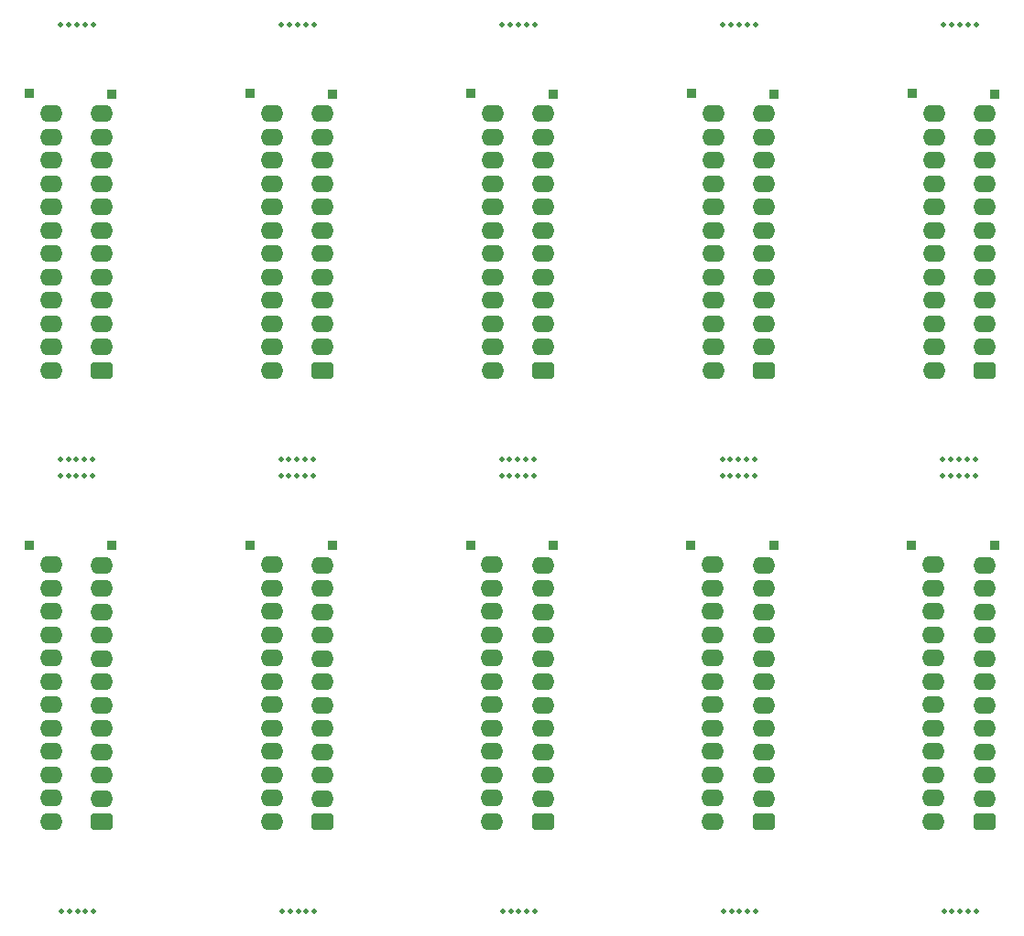
<source format=gbr>
%TF.GenerationSoftware,KiCad,Pcbnew,6.0.3-a3aad9c10e~116~ubuntu20.04.1*%
%TF.CreationDate,2022-03-20T15:04:53+01:00*%
%TF.ProjectId,10xPro_Micro_GPIB,31307850-726f-45f4-9d69-63726f5f4750,rev?*%
%TF.SameCoordinates,Original*%
%TF.FileFunction,Soldermask,Top*%
%TF.FilePolarity,Negative*%
%FSLAX46Y46*%
G04 Gerber Fmt 4.6, Leading zero omitted, Abs format (unit mm)*
G04 Created by KiCad (PCBNEW 6.0.3-a3aad9c10e~116~ubuntu20.04.1) date 2022-03-20 15:04:53*
%MOMM*%
%LPD*%
G01*
G04 APERTURE LIST*
G04 Aperture macros list*
%AMRoundRect*
0 Rectangle with rounded corners*
0 $1 Rounding radius*
0 $2 $3 $4 $5 $6 $7 $8 $9 X,Y pos of 4 corners*
0 Add a 4 corners polygon primitive as box body*
4,1,4,$2,$3,$4,$5,$6,$7,$8,$9,$2,$3,0*
0 Add four circle primitives for the rounded corners*
1,1,$1+$1,$2,$3*
1,1,$1+$1,$4,$5*
1,1,$1+$1,$6,$7*
1,1,$1+$1,$8,$9*
0 Add four rect primitives between the rounded corners*
20,1,$1+$1,$2,$3,$4,$5,0*
20,1,$1+$1,$4,$5,$6,$7,0*
20,1,$1+$1,$6,$7,$8,$9,0*
20,1,$1+$1,$8,$9,$2,$3,0*%
G04 Aperture macros list end*
%ADD10RoundRect,0.400000X0.650000X-0.400000X0.650000X0.400000X-0.650000X0.400000X-0.650000X-0.400000X0*%
%ADD11O,2.100000X1.600000*%
%ADD12R,0.850000X0.850000*%
%ADD13C,0.500000*%
G04 APERTURE END LIST*
D10*
%TO.C,J1*%
X106489076Y-95009000D03*
D11*
X106489076Y-92850000D03*
X106489076Y-90691000D03*
X106489076Y-88532000D03*
X106489076Y-86373000D03*
X106489076Y-84214000D03*
X106489076Y-82055000D03*
X106489076Y-79896000D03*
X106489076Y-77737000D03*
X106489076Y-75578000D03*
X106489076Y-73419000D03*
X106489076Y-71260000D03*
X101809076Y-94984500D03*
X101809076Y-92825500D03*
X101809076Y-90666500D03*
X101809076Y-88507500D03*
X101809076Y-86348500D03*
X101809076Y-84189500D03*
X101809076Y-82030500D03*
X101809076Y-79871500D03*
X101809076Y-77712500D03*
X101809076Y-75553500D03*
X101809076Y-73394500D03*
X101809076Y-71235500D03*
%TD*%
D12*
%TO.C,J2*%
X148240000Y-111180000D03*
%TD*%
%TO.C,J2*%
X127852693Y-69420000D03*
%TD*%
D13*
%TO.C,mouse-bite-2mm-slot*%
X144950000Y-104750000D03*
X144200000Y-104750000D03*
X146450000Y-104750000D03*
X144950000Y-103250000D03*
X146450000Y-103250000D03*
X145700000Y-104750000D03*
X143450000Y-103250000D03*
X145700000Y-103250000D03*
X144200000Y-103250000D03*
X143450000Y-104750000D03*
%TD*%
D12*
%TO.C,J3*%
X140569268Y-111150732D03*
%TD*%
%TO.C,J3*%
X120181961Y-69390732D03*
%TD*%
D13*
%TO.C,mouse-bite-2mm-slot*%
X104900000Y-103250000D03*
X103400000Y-103250000D03*
X104150000Y-104750000D03*
X105650000Y-103250000D03*
X102650000Y-104750000D03*
X104900000Y-104750000D03*
X104150000Y-103250000D03*
X102650000Y-103250000D03*
X105650000Y-104750000D03*
X103400000Y-104750000D03*
%TD*%
D12*
%TO.C,J2*%
X107440000Y-111180000D03*
%TD*%
%TO.C,J2*%
X148252693Y-69420000D03*
%TD*%
%TO.C,J3*%
X140581961Y-69390732D03*
%TD*%
D13*
%TO.C,mouse-bite-2mm-slot*%
X82250000Y-104750000D03*
X82250000Y-103250000D03*
X83750000Y-103250000D03*
X83750000Y-104750000D03*
X84500000Y-104750000D03*
X83000000Y-103250000D03*
X85250000Y-103250000D03*
X83000000Y-104750000D03*
X84500000Y-103250000D03*
X85250000Y-104750000D03*
%TD*%
D12*
%TO.C,J3*%
X58981961Y-69390732D03*
%TD*%
%TO.C,J2*%
X87040000Y-111180000D03*
%TD*%
D10*
%TO.C,J1*%
X65676383Y-136769000D03*
D11*
X65676383Y-134610000D03*
X65676383Y-132451000D03*
X65676383Y-130292000D03*
X65676383Y-128133000D03*
X65676383Y-125974000D03*
X65676383Y-123815000D03*
X65676383Y-121656000D03*
X65676383Y-119497000D03*
X65676383Y-117338000D03*
X65676383Y-115179000D03*
X65676383Y-113020000D03*
X60996383Y-136744500D03*
X60996383Y-134585500D03*
X60996383Y-132426500D03*
X60996383Y-130267500D03*
X60996383Y-128108500D03*
X60996383Y-125949500D03*
X60996383Y-123790500D03*
X60996383Y-121631500D03*
X60996383Y-119472500D03*
X60996383Y-117313500D03*
X60996383Y-115154500D03*
X60996383Y-112995500D03*
%TD*%
D13*
%TO.C,mouse-bite-2mm-slot*%
X62700000Y-145020000D03*
X61950000Y-145020000D03*
X64200000Y-145020000D03*
X64950000Y-145020000D03*
X63450000Y-145020000D03*
%TD*%
%TO.C,mouse-bite-2mm-slot*%
X62660000Y-62980000D03*
X61910000Y-62980000D03*
X63410000Y-62980000D03*
X64910000Y-62980000D03*
X64160000Y-62980000D03*
%TD*%
D10*
%TO.C,J1*%
X147289076Y-95009000D03*
D11*
X147289076Y-92850000D03*
X147289076Y-90691000D03*
X147289076Y-88532000D03*
X147289076Y-86373000D03*
X147289076Y-84214000D03*
X147289076Y-82055000D03*
X147289076Y-79896000D03*
X147289076Y-77737000D03*
X147289076Y-75578000D03*
X147289076Y-73419000D03*
X147289076Y-71260000D03*
X142609076Y-94984500D03*
X142609076Y-92825500D03*
X142609076Y-90666500D03*
X142609076Y-88507500D03*
X142609076Y-86348500D03*
X142609076Y-84189500D03*
X142609076Y-82030500D03*
X142609076Y-79871500D03*
X142609076Y-77712500D03*
X142609076Y-75553500D03*
X142609076Y-73394500D03*
X142609076Y-71235500D03*
%TD*%
D10*
%TO.C,J1*%
X86089076Y-95009000D03*
D11*
X86089076Y-92850000D03*
X86089076Y-90691000D03*
X86089076Y-88532000D03*
X86089076Y-86373000D03*
X86089076Y-84214000D03*
X86089076Y-82055000D03*
X86089076Y-79896000D03*
X86089076Y-77737000D03*
X86089076Y-75578000D03*
X86089076Y-73419000D03*
X86089076Y-71260000D03*
X81409076Y-94984500D03*
X81409076Y-92825500D03*
X81409076Y-90666500D03*
X81409076Y-88507500D03*
X81409076Y-86348500D03*
X81409076Y-84189500D03*
X81409076Y-82030500D03*
X81409076Y-79871500D03*
X81409076Y-77712500D03*
X81409076Y-75553500D03*
X81409076Y-73394500D03*
X81409076Y-71235500D03*
%TD*%
D13*
%TO.C,mouse-bite-2mm-slot*%
X85310000Y-62980000D03*
X84560000Y-62980000D03*
X83810000Y-62980000D03*
X82310000Y-62980000D03*
X83060000Y-62980000D03*
%TD*%
D12*
%TO.C,J3*%
X120169268Y-111150732D03*
%TD*%
D10*
%TO.C,J1*%
X106476383Y-136769000D03*
D11*
X106476383Y-134610000D03*
X106476383Y-132451000D03*
X106476383Y-130292000D03*
X106476383Y-128133000D03*
X106476383Y-125974000D03*
X106476383Y-123815000D03*
X106476383Y-121656000D03*
X106476383Y-119497000D03*
X106476383Y-117338000D03*
X106476383Y-115179000D03*
X106476383Y-113020000D03*
X101796383Y-136744500D03*
X101796383Y-134585500D03*
X101796383Y-132426500D03*
X101796383Y-130267500D03*
X101796383Y-128108500D03*
X101796383Y-125949500D03*
X101796383Y-123790500D03*
X101796383Y-121631500D03*
X101796383Y-119472500D03*
X101796383Y-117313500D03*
X101796383Y-115154500D03*
X101796383Y-112995500D03*
%TD*%
D12*
%TO.C,J2*%
X107452693Y-69420000D03*
%TD*%
D13*
%TO.C,mouse-bite-2mm-slot*%
X123900000Y-145020000D03*
X125400000Y-145020000D03*
X124650000Y-145020000D03*
X126150000Y-145020000D03*
X123150000Y-145020000D03*
%TD*%
%TO.C,mouse-bite-2mm-slot*%
X145010000Y-62980000D03*
X144260000Y-62980000D03*
X143510000Y-62980000D03*
X146510000Y-62980000D03*
X145760000Y-62980000D03*
%TD*%
D12*
%TO.C,J2*%
X127840000Y-111180000D03*
%TD*%
D13*
%TO.C,mouse-bite-2mm-slot*%
X143550000Y-145020000D03*
X145800000Y-145020000D03*
X145050000Y-145020000D03*
X144300000Y-145020000D03*
X146550000Y-145020000D03*
%TD*%
D12*
%TO.C,J2*%
X87052693Y-69420000D03*
%TD*%
%TO.C,J3*%
X99781961Y-69390732D03*
%TD*%
D10*
%TO.C,J1*%
X65689076Y-95009000D03*
D11*
X65689076Y-92850000D03*
X65689076Y-90691000D03*
X65689076Y-88532000D03*
X65689076Y-86373000D03*
X65689076Y-84214000D03*
X65689076Y-82055000D03*
X65689076Y-79896000D03*
X65689076Y-77737000D03*
X65689076Y-75578000D03*
X65689076Y-73419000D03*
X65689076Y-71260000D03*
X61009076Y-94984500D03*
X61009076Y-92825500D03*
X61009076Y-90666500D03*
X61009076Y-88507500D03*
X61009076Y-86348500D03*
X61009076Y-84189500D03*
X61009076Y-82030500D03*
X61009076Y-79871500D03*
X61009076Y-77712500D03*
X61009076Y-75553500D03*
X61009076Y-73394500D03*
X61009076Y-71235500D03*
%TD*%
D12*
%TO.C,J3*%
X99769268Y-111150732D03*
%TD*%
%TO.C,J2*%
X66652693Y-69420000D03*
%TD*%
%TO.C,J2*%
X66640000Y-111180000D03*
%TD*%
D10*
%TO.C,J1*%
X126876383Y-136769000D03*
D11*
X126876383Y-134610000D03*
X126876383Y-132451000D03*
X126876383Y-130292000D03*
X126876383Y-128133000D03*
X126876383Y-125974000D03*
X126876383Y-123815000D03*
X126876383Y-121656000D03*
X126876383Y-119497000D03*
X126876383Y-117338000D03*
X126876383Y-115179000D03*
X126876383Y-113020000D03*
X122196383Y-136744500D03*
X122196383Y-134585500D03*
X122196383Y-132426500D03*
X122196383Y-130267500D03*
X122196383Y-128108500D03*
X122196383Y-125949500D03*
X122196383Y-123790500D03*
X122196383Y-121631500D03*
X122196383Y-119472500D03*
X122196383Y-117313500D03*
X122196383Y-115154500D03*
X122196383Y-112995500D03*
%TD*%
D10*
%TO.C,J1*%
X86076383Y-136769000D03*
D11*
X86076383Y-134610000D03*
X86076383Y-132451000D03*
X86076383Y-130292000D03*
X86076383Y-128133000D03*
X86076383Y-125974000D03*
X86076383Y-123815000D03*
X86076383Y-121656000D03*
X86076383Y-119497000D03*
X86076383Y-117338000D03*
X86076383Y-115179000D03*
X86076383Y-113020000D03*
X81396383Y-136744500D03*
X81396383Y-134585500D03*
X81396383Y-132426500D03*
X81396383Y-130267500D03*
X81396383Y-128108500D03*
X81396383Y-125949500D03*
X81396383Y-123790500D03*
X81396383Y-121631500D03*
X81396383Y-119472500D03*
X81396383Y-117313500D03*
X81396383Y-115154500D03*
X81396383Y-112995500D03*
%TD*%
D13*
%TO.C,mouse-bite-2mm-slot*%
X102710000Y-62980000D03*
X105710000Y-62980000D03*
X103460000Y-62980000D03*
X104960000Y-62980000D03*
X104210000Y-62980000D03*
%TD*%
D12*
%TO.C,J3*%
X58969268Y-111150732D03*
%TD*%
%TO.C,J3*%
X79381961Y-69390732D03*
%TD*%
D13*
%TO.C,mouse-bite-2mm-slot*%
X64850000Y-104750000D03*
X61850000Y-104750000D03*
X64100000Y-104750000D03*
X63350000Y-103250000D03*
X63350000Y-104750000D03*
X62600000Y-103250000D03*
X62600000Y-104750000D03*
X61850000Y-103250000D03*
X64850000Y-103250000D03*
X64100000Y-103250000D03*
%TD*%
D12*
%TO.C,J3*%
X79369268Y-111150732D03*
%TD*%
D13*
%TO.C,mouse-bite-2mm-slot*%
X104250000Y-145020000D03*
X103500000Y-145020000D03*
X105000000Y-145020000D03*
X102750000Y-145020000D03*
X105750000Y-145020000D03*
%TD*%
%TO.C,mouse-bite-2mm-slot*%
X126050000Y-104750000D03*
X125300000Y-103250000D03*
X125300000Y-104750000D03*
X124550000Y-104750000D03*
X126050000Y-103250000D03*
X124550000Y-103250000D03*
X123800000Y-103250000D03*
X123050000Y-104750000D03*
X123800000Y-104750000D03*
X123050000Y-103250000D03*
%TD*%
D10*
%TO.C,J1*%
X126889076Y-95009000D03*
D11*
X126889076Y-92850000D03*
X126889076Y-90691000D03*
X126889076Y-88532000D03*
X126889076Y-86373000D03*
X126889076Y-84214000D03*
X126889076Y-82055000D03*
X126889076Y-79896000D03*
X126889076Y-77737000D03*
X126889076Y-75578000D03*
X126889076Y-73419000D03*
X126889076Y-71260000D03*
X122209076Y-94984500D03*
X122209076Y-92825500D03*
X122209076Y-90666500D03*
X122209076Y-88507500D03*
X122209076Y-86348500D03*
X122209076Y-84189500D03*
X122209076Y-82030500D03*
X122209076Y-79871500D03*
X122209076Y-77712500D03*
X122209076Y-75553500D03*
X122209076Y-73394500D03*
X122209076Y-71235500D03*
%TD*%
D10*
%TO.C,J1*%
X147276383Y-136769000D03*
D11*
X147276383Y-134610000D03*
X147276383Y-132451000D03*
X147276383Y-130292000D03*
X147276383Y-128133000D03*
X147276383Y-125974000D03*
X147276383Y-123815000D03*
X147276383Y-121656000D03*
X147276383Y-119497000D03*
X147276383Y-117338000D03*
X147276383Y-115179000D03*
X147276383Y-113020000D03*
X142596383Y-136744500D03*
X142596383Y-134585500D03*
X142596383Y-132426500D03*
X142596383Y-130267500D03*
X142596383Y-128108500D03*
X142596383Y-125949500D03*
X142596383Y-123790500D03*
X142596383Y-121631500D03*
X142596383Y-119472500D03*
X142596383Y-117313500D03*
X142596383Y-115154500D03*
X142596383Y-112995500D03*
%TD*%
D13*
%TO.C,mouse-bite-2mm-slot*%
X123860000Y-62980000D03*
X123110000Y-62980000D03*
X126110000Y-62980000D03*
X125360000Y-62980000D03*
X124610000Y-62980000D03*
%TD*%
%TO.C,mouse-bite-2mm-slot*%
X84600000Y-145020000D03*
X85350000Y-145020000D03*
X83100000Y-145020000D03*
X83850000Y-145020000D03*
X82350000Y-145020000D03*
%TD*%
M02*

</source>
